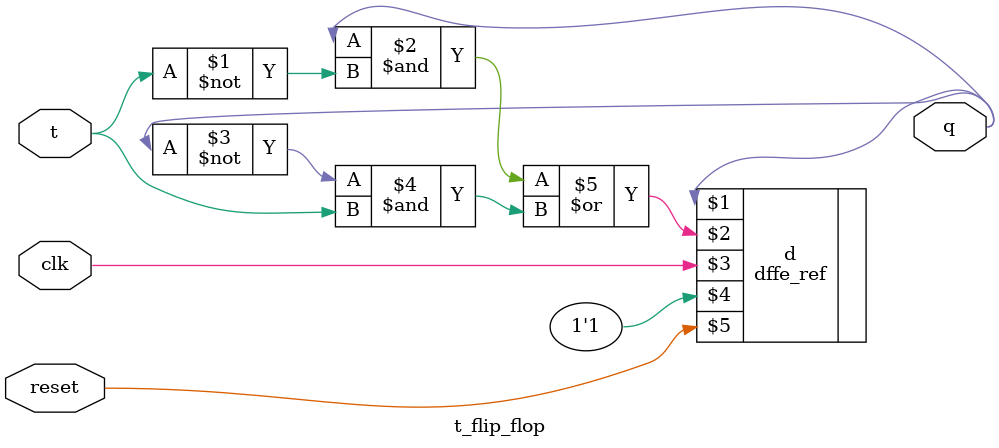
<source format=v>
module t_flip_flop(
    output q,
    input t, clk, reset);

    dffe_ref d(q, (q & ~t) | (~q & t), clk, 1'b1, reset);

endmodule

</source>
